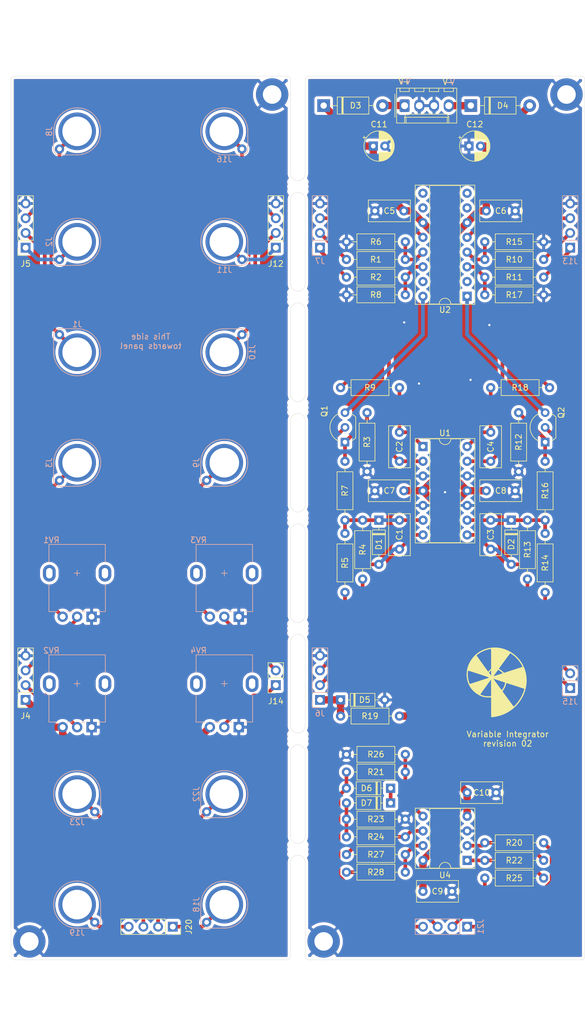
<source format=kicad_pcb>
(kicad_pcb (version 20211014) (generator pcbnew)
  (title_block (title "Variable Integrator and extras") (date "2022-09-03") (rev "r02") (comment 2 "creativecommons.org/licenses/by/4.0/") (comment 3 "License: CC BY 4.0") (comment 4 "Author: Guy John"))
  (layers (0 "F.Cu" signal) (31 "B.Cu" signal) (36 "B.SilkS" user "B.Silkscreen") (37 "F.SilkS" user "F.Silkscreen") (38 "B.Mask" user) (39 "F.Mask" user) (44 "Edge.Cuts" user))
  (net 0 "")
  (net 1 "Net-(C1-Pad1)")
  (net 2 "Net-(C1-Pad2)")
  (net 3 "Net-(C2-Pad1)")
  (net 4 "/I1_Output_Main")
  (net 5 "Net-(C3-Pad1)")
  (net 6 "Net-(C3-Pad2)")
  (net 7 "/I2_Output_Main")
  (net 8 "+12V")
  (net 9 "GND")
  (net 10 "-12V")
  (net 11 "/Extras/NonLinearity_Input_Main")
  (net 12 "/I1_InputNeg_Ctrl")
  (net 13 "/I1_InputPos_Ctrl")
  (net 14 "Net-(J3-Pad1)")
  (net 15 "/I1_Output_Ctrl")
  (net 16 "/I1_InputNeg_Main")
  (net 17 "/I1_InputPos_Main")
  (net 18 "/I2_InputNeg_Ctrl")
  (net 19 "/I2_InputPos_Ctrl")
  (net 20 "/I2_Output_Ctrl")
  (net 21 "/I2_InputNeg_Main")
  (net 22 "/I2_InputPos_Main")
  (net 23 "/Extras/Inverter_Input_Ctrl")
  (net 24 "/Extras/Inverter_Output_Ctrl")
  (net 25 "/Extras/NonLinearity_Input_Ctrl")
  (net 26 "/Extras/NonLinearity_Output_Ctrl")
  (net 27 "/Extras/Inverter_Input_Main")
  (net 28 "/Extras/Inverter_Output_Main")
  (net 29 "/Extras/NonLinearity_Output_Main")
  (net 30 "Net-(Q1-Pad1)")
  (net 31 "Net-(Q2-Pad3)")
  (net 32 "Net-(R21-Pad2)")
  (net 39 "Net-(C4-Pad1)")
  (net 40 "Net-(C2-Pad2)")
  (net 41 "Net-(C4-Pad2)")
  (net 42 "Net-(D3-Pad2)")
  (net 43 "Net-(D4-Pad1)")
  (net 44 "Net-(D6-Pad1)")
  (net 45 "Net-(D7-Pad2)")
  (net 46 "/I1_Rate_Ctrl")
  (net 47 "/I1_RateCV_Ctrl")
  (net 48 "/I1_Rate_Main")
  (net 49 "/I1_RateCV_Main")
  (net 50 "Net-(J9-Pad1)")
  (net 51 "/I2_Rate_Ctrl")
  (net 52 "/I2_RateCV_Ctrl")
  (net 53 "/I2_Rate_Main")
  (net 54 "/I2_RateCV_Main")
  (net 55 "Net-(Q1-Pad3)")
  (net 56 "Net-(Q2-Pad1)")
  (net 57 "Net-(R1-Pad1)")
  (net 58 "Net-(R2-Pad1)")
  (net 59 "Net-(R10-Pad1)")
  (net 60 "Net-(R11-Pad1)")
  (net 61 "Net-(R20-Pad1)")
  (net 62 "Net-(R22-Pad1)")
  (net 63 "Net-(R24-Pad1)")
  (net 64 "Net-(R27-Pad1)")
  (net 65 "V_REF")
  (footprint "rumblesan-standard-parts:R_Axial_DIN0207_L6.3mm_D2.5mm_P10.16mm_Horizontal" (layer "F.Cu") (at 116.332 154.94)
    (fp_text reference "R21")
    (fp_text value "390k")
  )
  (footprint "Package_TO_SOT_THT:TO-92_Inline_Wide" (layer "F.Cu") (at 150.622 98.044 90)
    (fp_text reference "Q2")
    (fp_text value "2N3906")
  )
  (footprint "rumblesan-standard-parts:C_Rect_L7.0mm_W3.5mm_P5.00mm" (layer "F.Cu") (at 126.238 58.166 180)
    (fp_text reference "C5")
    (fp_text value "100nF")
  )
  (footprint "rumblesan-standard-parts:R_Axial_DIN0207_L6.3mm_D2.5mm_P10.16mm_Horizontal" (layer "F.Cu") (at 140.208 170.18)
    (fp_text reference "R22")
    (fp_text value "10k")
  )
  (footprint "rumblesan-standard-parts:R_Axial_DIN0207_L6.3mm_D2.5mm_P10.16mm_Horizontal" (layer "F.Cu") (at 140.208 69.596)
    (fp_text reference "R11")
    (fp_text value "100k")
  )
  (footprint "Connector_PinSocket_2.54mm:PinSocket_1x04_P2.54mm_Vertical" (layer "F.Cu") (at 86.36 181.61 -90)
    (fp_text reference "J20")
    (fp_text value "Conn_01x04_Female" hide)
  )
  (footprint "rumblesan-standard-parts:MountingHole_3.2mm_M3_DIN965_Pad" (layer "F.Cu") (at 112.395 184.15)
    (fp_text reference "H3" hide)
    (fp_text value "MountingHole_Pad" hide)
  )
  (footprint "Panelization:mouse-bite-2.54mm-slot" (layer "F.Cu") (at 107.95 92.075 90)
    (fp_text reference "mouse-bite-2.54mm-slot" hide)
    (fp_text value "VAL**" hide)
    (fp_arc (start 2.286 1.27) (mid 1.016 0) (end 2.286 -1.27) (layer "Edge.Cuts") (width 0.05))
    (fp_arc (start -2.286 -1.27) (mid -1.016 0) (end -2.286 1.27) (layer "Edge.Cuts") (width 0.05))
  )
  (footprint "rumblesan-standard-parts:D_DO-35_SOD27_P7.62mm_Horizontal" (layer "F.Cu") (at 115.316 142.494)
    (fp_text reference "D5")
    (fp_text value "5v1")
  )
  (footprint "rumblesan-standard-parts:MountingHole_3.2mm_M3_DIN965_Pad" (layer "F.Cu") (at 103.505 38.1)
    (fp_text reference "H2" hide)
    (fp_text value "MountingHole_Pad" hide)
  )
  (footprint "rumblesan-standard-parts:R_Axial_DIN0207_L6.3mm_D2.5mm_P10.16mm_Horizontal" (layer "F.Cu") (at 126.492 72.644 180)
    (fp_text reference "R8")
    (fp_text value "220r")
  )
  (footprint "rumblesan-standard-parts:DIP-16_W7.62mm_Socket" (layer "F.Cu") (at 137.15 72.898 180)
    (fp_text reference "U2")
    (fp_text value "LM13700")
  )
  (footprint "Connector_PinSocket_2.54mm:PinSocket_1x02_P2.54mm_Vertical" (layer "F.Cu") (at 104.14 139.954 180)
    (fp_text reference "J14")
    (fp_text value "Conn_01x02_Female" hide)
  )
  (footprint "rumblesan-standard-parts:R_Axial_DIN0207_L6.3mm_D2.5mm_P10.16mm_Horizontal" (layer "F.Cu") (at 126.492 63.5 180)
    (fp_text reference "R6")
    (fp_text value "220r")
  )
  (footprint "Panelization:mouse-bite-2.54mm-slot" (layer "F.Cu") (at 107.95 73.025 90)
    (fp_text reference "mouse-bite-2.54mm-slot" hide)
    (fp_text value "VAL**" hide)
    (fp_arc (start -2.286 -1.27) (mid -1.016 0) (end -2.286 1.27) (layer "Edge.Cuts") (width 0.05))
    (fp_arc (start 2.286 1.27) (mid 1.016 0) (end 2.286 -1.27) (layer "Edge.Cuts") (width 0.05))
  )
  (footprint "rumblesan-standard-parts:C_Rect_L7.0mm_W3.5mm_P5.00mm" (layer "F.Cu") (at 141.224 111.506 -90)
    (fp_text reference "C3")
    (fp_text value "100pF")
  )
  (footprint "Panelization:mouse-bite-2.54mm-slot" (layer "F.Cu") (at 107.95 53.975 90)
    (fp_text reference "mouse-bite-2.54mm-slot" hide)
    (fp_text value "VAL**" hide)
    (fp_arc (start -2.286 -1.27) (mid -1.016 0) (end -2.286 1.27) (layer "Edge.Cuts") (width 0.05))
    (fp_arc (start 2.286 1.27) (mid 1.016 0) (end 2.286 -1.27) (layer "Edge.Cuts") (width 0.05))
  )
  (footprint "rumblesan-standard-parts:R_Axial_DIN0207_L6.3mm_D2.5mm_P10.16mm_Horizontal" (layer "F.Cu") (at 115.316 145.288)
    (fp_text reference "R19")
    (fp_text value "1k")
  )
  (footprint "Panelization:mouse-bite-2.54mm-slot" (layer "F.Cu") (at 107.95 130.175 90)
    (fp_text reference "mouse-bite-2.54mm-slot" hide)
    (fp_text value "VAL**" hide)
    (fp_arc (start -2.286 -1.27) (mid -1.016 0) (end -2.286 1.27) (layer "Edge.Cuts") (width 0.05))
    (fp_arc (start 2.286 1.27) (mid 1.016 0) (end 2.286 -1.27) (layer "Edge.Cuts") (width 0.05))
  )
  (footprint "rumblesan-standard-parts:D_DO-41_SOD81_P10.16mm_Horizontal" (layer "F.Cu") (at 137.795 40.005)
    (fp_text reference "D4")
    (fp_text value "1N5818")
  )
  (footprint "rumblesan-standard-parts:R_Axial_DIN0207_L6.3mm_D2.5mm_P10.16mm_Horizontal" (layer "F.Cu") (at 119.126 111.506 -90)
    (fp_text reference "R4")
    (fp_text value "100k")
  )
  (footprint "rumblesan-standard-parts:R_Axial_DIN0207_L6.3mm_D2.5mm_P10.16mm_Horizontal" (layer "F.Cu") (at 140.208 66.548)
    (fp_text reference "R10")
    (fp_text value "100k")
  )
  (footprint "rumblesan-standard-parts:R_Axial_DIN0207_L6.3mm_D2.5mm_P10.16mm_Horizontal" (layer "F.Cu") (at 126.492 66.548 180)
    (fp_text reference "R1")
    (fp_text value "100k")
  )
  (footprint "rumblesan-standard-parts:R_Axial_DIN0207_L6.3mm_D2.5mm_P10.16mm_Horizontal" (layer "F.Cu") (at 150.622 123.952 90)
    (fp_text reference "R14")
    (fp_text value "100k")
  )
  (footprint "Rumblesan_Panel_Graphics:Logo_Ammonite-simple_small_10.4mmx12.0mm" (layer "F.Cu") (at 141.605 138.43)
    (fp_text reference "G***" hide)
    (fp_text value "LOGO" hide)
  )
  (footprint "rumblesan-standard-parts:D_DO-41_SOD81_P10.16mm_Horizontal" (layer "F.Cu") (at 112.395 40.005)
    (fp_text reference "D3")
    (fp_text value "1N5818")
  )
  (footprint "rumblesan-standard-parts:DIP-8_W7.62mm_Socket" (layer "F.Cu") (at 137.16 170.18 180)
    (fp_text reference "U4")
    (fp_text value "TL072")
  )
  (footprint "rumblesan-standard-parts:R_Axial_DIN0207_L6.3mm_D2.5mm_P10.16mm_Horizontal" (layer "F.Cu") (at 151.384 88.646 180)
    (fp_text reference "R18")
    (fp_text value "330r")
  )
  (footprint "rumblesan-standard-parts:D_DO-35_SOD27_P7.62mm_Horizontal" (layer "F.Cu") (at 121.92 111.506 -90)
    (fp_text reference "D1")
    (fp_text value "1n4148")
  )
  (footprint "rumblesan-standard-parts:R_Axial_DIN0207_L6.3mm_D2.5mm_P10.16mm_Horizontal" (layer "F.Cu") (at 140.208 63.5)
    (fp_text reference "R15")
    (fp_text value "220r")
  )
  (footprint "rumblesan-standard-parts:R_Axial_DIN0207_L6.3mm_D2.5mm_P10.16mm_Horizontal" (layer "F.Cu") (at 126.492 69.596 180)
    (fp_text reference "R2")
    (fp_text value "100k")
  )
  (footprint "rumblesan-standard-parts:C_Rect_L7.0mm_W3.5mm_P5.00mm" (layer "F.Cu") (at 142.16 158.496 180)
    (fp_text reference "C10")
    (fp_text value "100nF")
  )
  (footprint "rumblesan-standard-parts:CP_Radial_D5.0mm_P2.00mm" (layer "F.Cu") (at 137.474888 46.99)
    (fp_text reference "C12")
    (fp_text value "1uF")
  )
  (footprint "rumblesan-standard-parts:R_Axial_DIN0207_L6.3mm_D2.5mm_P10.16mm_Horizontal" (layer "F.Cu") (at 116.332 172.212)
    (fp_text reference "R28")
    (fp_text value "330r")
  )
  (footprint "rumblesan-standard-parts:R_Axial_DIN0207_L6.3mm_D2.5mm_P10.16mm_Horizontal" (layer "F.Cu") (at 116.078 123.952 90)
    (fp_text reference "R5")
    (fp_text value "100k")
  )
  (footprint "rumblesan-standard-parts:R_Axial_DIN0207_L6.3mm_D2.5mm_P10.16mm_Horizontal" (layer "F.Cu") (at 146.05 103.124 90)
    (fp_text reference "R12")
    (fp_text value "10k")
  )
  (footprint "rumblesan-standard-parts:C_Rect_L7.0mm_W3.5mm_P5.00mm" (layer "F.Cu") (at 129.54 175.514)
    (fp_text reference "C9")
    (fp_text value "100nF")
  )
  (footprint "rumblesan-standard-parts:C_Rect_L7.0mm_W3.5mm_P5.00mm" (layer "F.Cu") (at 145.462 106.426 180)
    (fp_text reference "C8")
    (fp_text value "100nF")
  )
  (footprint "Connector_PinSocket_2.54mm:PinSocket_1x04_P2.54mm_Vertical" (layer "F.Cu") (at 104.14 64.516 180)
    (fp_text reference "J12")
    (fp_text value "Conn_01x04_Female" hide)
  )
  (footprint "rumblesan-standard-parts:R_Axial_DIN0207_L6.3mm_D2.5mm_P10.16mm_Horizontal" (layer "F.Cu") (at 116.078 101.346 -90)
    (fp_text reference "R7")
    (fp_text value "100k")
  )
  (footprint "Panelization:mouse-bite-2.54mm-slot" (layer "F.Cu") (at 107.95 149.225 90)
    (fp_text reference "mouse-bite-2.54mm-slot" hide)
    (fp_text value "VAL**" hide)
    (fp_arc (start -2.286 -1.27) (mid -1.016 0) (end -2.286 1.27) (layer "Edge.Cuts") (width 0.05))
    (fp_arc (start 2.286 1.27) (mid 1.016 0) (end 2.286 -1.27) (layer "Edge.Cuts") (width 0.05))
  )
  (footprint "4u-power:4u_Power_Molex_KK-254_P2.54mm" (layer "F.Cu") (at 126.365 40.02499)
    (fp_text reference "J17" hide)
    (fp_text value "4U_Power" hide)
  )
  (footprint "rumblesan-standard-parts:R_Axial_DIN0207_L6.3mm_D2.5mm_P10.16mm_Horizontal" (layer "F.Cu") (at 140.208 72.644)
    (fp_text reference "R17")
    (fp_text value "220r")
  )
  (footprint "rumblesan-standard-parts:R_Axial_DIN0207_L6.3mm_D2.5mm_P10.16mm_Horizontal" (layer "F.Cu") (at 126.492 163.068 180)
    (fp_text reference "R23")
    (fp_text value "2k2")
  )
  (footprint "rumblesan-standard-parts:R_Axial_DIN0207_L6.3mm_D2.5mm_P10.16mm_Horizontal" (layer "F.Cu") (at 147.574 111.506 -90)
    (fp_text reference "R13")
    (fp_text value "100k")
  )
  (footprint "rumblesan-standard-parts:MountingHole_3.2mm_M3_DIN965_Pad" (layer "F.Cu") (at 154.305 38.1)
    (fp_text reference "H4" hide)
    (fp_text value "MountingHole_Pad" hide)
  )
  (footprint "rumblesan-standard-parts:C_Rect_L7.0mm_W3.5mm_P5.00mm" (layer "F.Cu") (at 126.238 106.426 180)
    (fp_text reference "C7")
    (fp_text value "100nF")
  )
  (footprint "rumblesan-standard-parts:R_Axial_DIN0207_L6.3mm_D2.5mm_P10.16mm_Horizontal" (layer "F.Cu") (at 140.208 167.132)
    (fp_text reference "R20")
    (fp_text value "10k")
  )
  (footprint "rumblesan-standard-parts:C_Rect_L7.0mm_W3.5mm_P5.00mm" (layer "F.Cu") (at 125.476 101.346 90)
    (fp_text reference "C2")
    (fp_text value "1nF")
  )
  (footprint "rumblesan-standard-parts:R_Axial_DIN0207_L6.3mm_D2.5mm_P10.16mm_Horizontal" (layer "F.Cu") (at 116.332 151.892)
    (fp_text reference "R26")
    (fp_text value "100k")
  )
  (footprint "Connector_PinSocket_2.54mm:PinSocket_1x04_P2.54mm_Vertical" (layer "F.Cu") (at 60.96 142.494 180)
    (fp_text reference "J4")
    (fp_text value "Conn_01x04_Female" hide)
  )
  (footprint "rumblesan-standard-parts:C_Rect_L7.0mm_W3.5mm_P5.00mm" (layer "F.Cu") (at 145.462 58.166 180)
    (fp_text reference "C6")
    (fp_text value "100nF")
  )
  (footprint "rumblesan-standard-parts:MountingHole_3.2mm_M3_DIN965_Pad" (layer "F.Cu") (at 61.595 184.15)
    (fp_text reference "H1" hide)
    (fp_text value "MountingHole_Pad" hide)
  )
  (footprint "rumblesan-standard-parts:R_Axial_DIN0207_L6.3mm_D2.5mm_P10.16mm_Horizontal" (layer "F.Cu") (at 119.888 103.124 90)
    (fp_text reference "R3")
    (fp_text value "10k")
  )
  (footprint "rumblesan-standard-parts:R_Axial_DIN0207_L6.3mm_D2.5mm_P10.16mm_Horizontal" (layer "F.Cu") (at 126.492 166.116 180)
    (fp_text reference "R24")
    (fp_text value "27k")
  )
  (footprint "rumblesan-standard-parts:R_Axial_DIN0207_L6.3mm_D2.5mm_P10.16mm_Horizontal" (layer "F.Cu") (at 115.316 88.646)
    (fp_text reference "R9")
    (fp_text value "330r")
  )
  (footprint "Panelization:mouse-bite-2.54mm-slot" (layer "F.Cu") (at 107.95 111.125 90)
    (fp_text reference "mouse-bite-2.54mm-slot" hide)
    (fp_text value "VAL**" hide)
    (fp_arc (start 2.286 1.27) (mid 1.016 0) (end 2.286 -1.27) (layer "Edge.Cuts") (width 0.05))
    (fp_arc (start -2.286 -1.27) (mid -1.016 0) (end -2.286 1.27) (layer "Edge.Cuts") (width 0.05))
  )
  (footprint "rumblesan-standard-parts:R_Axial_DIN0207_L6.3mm_D2.5mm_P10.16mm_Horizontal" (layer "F.Cu") (at 126.492 169.164 180)
    (fp_text reference "R27")
    (fp_text value "100k")
  )
  (footprint "Connector_PinSocket_2.54mm:PinSocket_1x04_P2.54mm_Vertical" (layer "F.Cu") (at 60.96 64.516 180)
    (fp_text reference "J5")
    (fp_text value "Conn_01x04_Female" hide)
  )
  (footprint "rumblesan-standard-parts:D_DO-35_SOD27_P7.62mm_Horizontal" (layer "F.Cu") (at 123.952 157.734 180)
    (fp_text reference "D6")
    (fp_text value "4v3")
  )
  (footprint "rumblesan-standard-parts:R_Axial_DIN0207_L6.3mm_D2.5mm_P10.16mm_Horizontal" (layer "F.Cu") (at 150.622 101.346 -90)
    (fp_text reference "R16")
    (fp_text value "100k")
  )
  (footprint "rumblesan-standard-parts:CP_Radial_D5.0mm_P2.00mm" (layer "F.Cu") (at 120.964888 46.99)
    (fp_text reference "C11")
    (fp_text value "1uF")
  )
  (footprint "Panelization:mouse-bite-2.54mm-slot" (layer "F.Cu") (at 107.95 168.275 90)
    (fp_text reference "mouse-bite-2.54mm-slot" hide)
    (fp_text value "VAL**" hide)
    (fp_arc (start 2.286 1.27) (mid 1.016 0) (end 2.286 -1.27) (layer "Edge.Cuts") (width 0.05))
    (fp_arc (start -2.286 -1.27) (mid -1.016 0) (end -2.286 1.27) (layer "Edge.Cuts") (width 0.05))
  )
  (footprint "rumblesan-standard-parts:D_DO-35_SOD27_P7.62mm_Horizontal" (layer "F.Cu") (at 144.78 111.506 -90)
    (fp_text reference "D2")
    (fp_text value "1n4148")
  )
  (footprint "rumblesan-standard-parts:C_Rect_L7.0mm_W3.5mm_P5.00mm" (layer "F.Cu") (at 141.224 101.346 90)
    (fp_text reference "C4")
    (fp_text value "1nF")
  )
  (footprint "rumblesan-standard-parts:C_Rect_L7.0mm_W3.5mm_P5.00mm" (layer "F.Cu") (at 125.476 111.506 -90)
    (fp_text reference "C1")
    (fp_text value "100pF")
  )
  (footprint "Package_TO_SOT_THT:TO-92_Inline_Wide" (layer "F.Cu") (at 116.078 98.044 90)
    (fp_text reference "Q1")
    (fp_text value "2N3906")
  )
  (footprint "rumblesan-standard-parts:DIP-14_W7.62mm_Socket" (layer "F.Cu") (at 129.54 98.806)
    (fp_text reference "U1")
    (fp_text value "TL074")
  )
  (footprint "rumblesan-standard-parts:R_Axial_DIN0207_L6.3mm_D2.5mm_P10.16mm_Horizontal" (layer "F.Cu") (at 140.208 173.228)
    (fp_text reference "R25")
    (fp_text value "330r")
  )
  (footprint "rumblesan-standard-parts:D_DO-35_SOD27_P7.62mm_Horizontal" (layer "F.Cu") (at 123.952 160.274 180)
    (fp_text reference "D7")
    (fp_text value "4v3")
  )
  (footprint "rumblesan-standard-parts:Potentiometer_Alpha_RD901F-40-00D_Single_Vertical" (layer "B.Cu") (at 95.25 120.65 180)
    (fp_text reference "RV3")
    (fp_text value "100k" hide)
  )
  (footprint "Connector_PinHeader_2.54mm:PinHeader_1x04_P2.54mm_Vertical" (layer "B.Cu") (at 154.94 64.516)
    (fp_text reference "J13")
    (fp_text value "Conn_01x04_Male" hide)
  )
  (footprint "rumblesan-standard-parts:BananaJack_THT_JohnsonCinch_108-09" (layer "B.Cu") (at 69.85 177.8)
    (fp_text reference "J19")
    (fp_text value "Banana Socket PanelMount" hide)
  )
  (footprint "rumblesan-standard-parts:BananaJack_THT_JohnsonCinch_108-09" (layer "B.Cu") (at 95.25 82.55 90)
    (fp_text reference "J10")
    (fp_text value "Banana Socket PanelMount" hide)
  )
  (footprint "rumblesan-standard-parts:BananaJack_THT_JohnsonCinch_108-09" (layer "B.Cu") (at 95.25 44.45)
    (fp_text reference "J16")
    (fp_text value "Banana Socket PanelMount" hide)
  )
  (footprint "rumblesan-standard-parts:BananaJack_THT_JohnsonCinch_108-09" (layer "B.Cu") (at 69.85 63.5 -90)
    (fp_text reference "J2")
    (fp_text value "Banana Socket PanelMount" hide)
  )
  (footprint "rumblesan-standard-parts:BananaJack_THT_JohnsonCinch_108-09" (layer "B.Cu") (at 95.25 177.8 -90)
    (fp_text reference "J18")
    (fp_text value "Banana Socket PanelMount" hide)
  )
  (footprint "rumblesan-standard-parts:BananaJack_THT_JohnsonCinch_108-09" (layer "B.Cu") (at 95.25 101.6 -90)
    (fp_text reference "J9")
    (fp_text value "Banana Socket PanelMount" hide)
  )
  (footprint "rumblesan-standard-parts:BananaJack_THT_JohnsonCinch_108-09" (layer "B.Cu") (at 95.25 158.75 -90)
    (fp_text reference "J22")
    (fp_text value "Banana Socket PanelMount" hide)
  )
  (footprint "rumblesan-standard-parts:Potentiometer_Alpha_RD901F-40-00D_Single_Vertical" (layer "B.Cu") (at 69.85 120.65 180)
    (fp_text reference "RV1")
    (fp_text value "100k" hide)
  )
  (footprint "rumblesan-standard-parts:BananaJack_THT_JohnsonCinch_108-09" (layer "B.Cu") (at 69.85 44.45 -90)
    (fp_text reference "J8")
    (fp_text value "Banana Socket PanelMount" hide)
  )
  (footprint "Connector_PinHeader_2.54mm:PinHeader_1x04_P2.54mm_Vertical" (layer "B.Cu") (at 111.76 64.516)
    (fp_text reference "J7")
    (fp_text value "Conn_01x04_Male" hide)
  )
  (footprint "rumblesan-standard-parts:BananaJack_THT_JohnsonCinch_108-09" (layer "B.Cu") (at 69.85 101.6 -90)
    (fp_text reference "J3")
    (fp_text value "Banana Socket PanelMount" hide)
  )
  (footprint "rumblesan-standard-parts:Potentiometer_Alpha_RD901F-40-00D_Single_Vertical" (layer "B.Cu") (at 95.25 139.7 180)
    (fp_text reference "RV4")
    (fp_text value "100k" hide)
  )
  (footprint "rumblesan-standard-parts:BananaJack_THT_JohnsonCinch_108-09" (layer "B.Cu") (at 69.85 82.55 180)
    (fp_text reference "J1")
    (fp_text value "Banana Socket PanelMount" hide)
  )
  (footprint "Connector_PinHeader_2.54mm:PinHeader_1x04_P2.54mm_Vertical" (layer "B.Cu") (at 137.16 181.61 90)
    (fp_text reference "J21")
    (fp_text value "Conn_01x04_Male" hide)
  )
  (footprint "rumblesan-standard-parts:BananaJack_THT_JohnsonCinch_108-09" (layer "B.Cu") (at 69.85 158.75)
    (fp_text reference "J23")
    (fp_text value "Banana Socket PanelMount" hide)
  )
  (footprint "rumblesan-standard-parts:BananaJack_THT_JohnsonCinch_108-09" (layer "B.Cu") (at 95.25 63.5)
    (fp_text reference "J11")
    (fp_text value "Banana Socket PanelMount" hide)
  )
  (footprint "Connector_PinHeader_2.54mm:PinHeader_1x04_P2.54mm_Vertical" (layer "B.Cu") (at 111.76 142.494)
    (fp_text reference "J6")
    (fp_text value "Conn_01x04_Male" hide)
  )
  (footprint "rumblesan-standard-parts:Potentiometer_Alpha_RD901F-40-00D_Single_Vertical" (layer "B.Cu") (at 69.85 139.7 180)
    (fp_text reference "RV2")
    (fp_text value "100k" hide)
  )
  (footprint "Connector_PinHeader_2.54mm:PinHeader_1x02_P2.54mm_Vertical" (layer "B.Cu") (at 154.94 140.462)
    (fp_text reference "J15")
    (fp_text value "Conn_01x02_Male" hide)
  )
  (gr_line (start 109.22 35.56) (end 109.22 51.689) (layer "Edge.Cuts") (width 0.05))
  (gr_line (start 106.68 170.561) (end 106.68 186.69) (layer "Edge.Cuts") (width 0.05))
  (gr_arc (start 106.68 186.69) (mid 106.494013 187.139013) (end 106.045 187.325) (layer "Edge.Cuts") (width 0.05))
  (gr_arc (start 109.22 35.56) (mid 109.405987 35.110987) (end 109.855 34.925) (layer "Edge.Cuts") (width 0.05))
  (gr_arc (start 106.045 34.925) (mid 106.494013 35.110987) (end 106.68 35.56) (layer "Edge.Cuts") (width 0.05))
  (gr_line (start 58.42 186.69) (end 58.42 35.56) (layer "Edge.Cuts") (width 0.05))
  (gr_line (start 109.22 94.361) (end 109.22 108.839) (layer "Edge.Cuts") (width 0.05))
  (gr_line (start 109.22 113.411) (end 109.22 127.889) (layer "Edge.Cuts") (width 0.05))
  (gr_line (start 157.48 186.69) (end 157.48 35.56) (layer "Edge.Cuts") (width 0.05))
  (gr_line (start 109.22 75.311) (end 109.22 89.789) (layer "Edge.Cuts") (width 0.05))
  (gr_line (start 109.855 187.325) (end 156.845 187.325) (layer "Edge.Cuts") (width 0.05))
  (gr_line (start 59.055 34.925) (end 106.045 34.925) (layer "Edge.Cuts") (width 0.05))
  (gr_line (start 106.68 75.311) (end 106.68 89.789) (layer "Edge.Cuts") (width 0.05))
  (gr_line (start 106.68 94.361) (end 106.68 108.839) (layer "Edge.Cuts") (width 0.05))
  (gr_line (start 109.22 151.511) (end 109.22 165.989) (layer "Edge.Cuts") (width 0.05))
  (gr_line (start 156.845 34.925) (end 109.855 34.925) (layer "Edge.Cuts") (width 0.05))
  (gr_arc (start 58.42 35.56) (mid 58.605987 35.110987) (end 59.055 34.925) (layer "Edge.Cuts") (width 0.05))
  (gr_line (start 106.68 35.56) (end 106.68 51.689) (layer "Edge.Cuts") (width 0.05))
  (gr_line (start 106.68 113.411) (end 106.68 127.889) (layer "Edge.Cuts") (width 0.05))
  (gr_line (start 106.68 132.461) (end 106.68 146.939) (layer "Edge.Cuts") (width 0.05))
  (gr_arc (start 59.055 187.325) (mid 58.605987 187.139013) (end 58.42 186.69) (layer "Edge.Cuts") (width 0.05))
  (gr_arc (start 156.845 34.925) (mid 157.294013 35.110987) (end 157.48 35.56) (layer "Edge.Cuts") (width 0.05))
  (gr_line (start 109.22 56.261) (end 109.22 70.739) (layer "Edge.Cuts") (width 0.05))
  (gr_line (start 106.68 151.511) (end 106.68 165.989) (layer "Edge.Cuts") (width 0.05))
  (gr_arc (start 109.855 187.325) (mid 109.405987 187.139013) (end 109.22 186.69) (layer "Edge.Cuts") (width 0.05))
  (gr_line (start 106.045 187.325) (end 59.055 187.325) (layer "Edge.Cuts") (width 0.05))
  (gr_line (start 109.22 170.561) (end 109.22 186.69) (layer "Edge.Cuts") (width 0.05))
  (gr_arc (start 157.48 186.69) (mid 157.294013 187.139013) (end 156.845 187.325) (layer "Edge.Cuts") (width 0.05))
  (gr_line (start 109.22 132.461) (end 109.22 146.939) (layer "Edge.Cuts") (width 0.05))
  (gr_line (start 106.68 56.261) (end 106.68 70.739) (layer "Edge.Cuts") (width 0.05))
  (gr_text "This side\ntowards panel" (at 82.55 80.645) (layer "B.SilkS") (effects (font (size 1 1)) (justify mirror)))
  (gr_text "Variable Integrator\nrevision 02" (at 144.145 149.225) (layer "F.SilkS") (effects (font (size 1 1))))
  (segment (start 119.126 111.506) (end 116.078 111.506) (width 0.635) (layer "F.Cu") (net 1))
  (segment (start 129.54 111.506) (end 125.476 111.506) (width 0.635) (layer "F.Cu") (net 1))
  (segment (start 121.92 111.506) (end 119.126 111.506) (width 0.635) (layer "F.Cu") (net 1))
  (segment (start 116.078 111.506) (end 116.078 113.792) (width 0.635) (layer "F.Cu") (net 1))
  (segment (start 125.476 111.506) (end 121.92 111.506) (width 0.635) (layer "B.Cu") (net 1))
  (segment (start 129.54 114.046) (end 127.936 114.046) (width 0.635) (layer "F.Cu") (net 2))
  (segment (start 121.92 119.126) (end 117.602 119.126) (width 0.635) (layer "F.Cu") (net 2))
  (segment (start 114.265114 115.789114) (end 114.265114 97.316886) (width 0.635) (layer "F.Cu") (net 2))
  (segment (start 117.602 119.126) (end 114.265114 115.789114) (width 0.635) (layer "F.Cu") (net 2))
  (segment (start 127.936 114.046) (end 125.476 116.506) (width 0.635) (layer "F.Cu") (net 2))
  (segment (start 114.265114 97.316886) (end 116.078 95.504) (width 0.635) (layer "F.Cu") (net 2))
  (segment (start 124.54 116.506) (end 121.92 119.126) (width 0.635) (layer "B.Cu") (net 2))
  (segment (start 125.476 116.506) (end 124.54 116.506) (width 0.635) (layer "B.Cu") (net 2))
  (segment (start 125.476 101.346) (end 123.663114 99.533114) (width 0.635) (layer "F.Cu") (net 3))
  (segment (start 129.54 101.346) (end 125.476 101.346) (width 0.635) (layer "F.Cu") (net 3))
  (segment (start 125.73 61.468) (end 128.26 61.468) (width 0.635) (layer "F.Cu") (net 3))
  (segment (start 123.663114 99.533114) (end 123.663114 63.534886) (width 0.635) (layer "F.Cu") (net 3))
  (segment (start 128.26 61.468) (end 129.53 62.738) (width 0.635) (layer "F.Cu") (net 3))
  (segment (start 123.663114 63.534886) (end 125.73 61.468) (width 0.635) (layer "F.Cu") (net 3))
  (segment (start 118.872 62.738) (end 115.57 59.436) (width 0.635) (layer "F.Cu") (net 4))
  (segment (start 115.57 59.436) (end 111.76 59.436) (width 0.635) (layer "F.Cu") (net 4))
  (segment (start 118.872 85.09) (end 118.872 62.738) (width 0.635) (layer "F.Cu") (net 4))
  (segment (start 115.316 88.646) (end 118.872 85.09) (width 0.635) (layer "F.Cu") (net 4))
  (segment (start 137.16 111.506) (end 141.224 111.506) (width 0.635) (layer "F.Cu") (net 5))
  (segment (start 147.574 111.506) (end 150.622 111.506) (width 0.635) (layer "F.Cu") (net 5))
  (segment (start 150.622 111.506) (end 150.622 113.792) (width 0.635) (layer "F.Cu") (net 5))
  (segment (start 144.78 111.506) (end 147.574 111.506) (width 0.635) (layer "F.Cu") (net 5))
  (segment (start 141.224 111.506) (end 144.78 111.506) (width 0.635) (layer "B.Cu") (net 5))
  (segment (start 144.78 119.126) (end 148.092387 119.126) (width 0.635) (layer "F.Cu") (net 6))
  (segment (start 137.16 114.046) (end 138.764 114.046) (width 0.635) (layer "F.Cu") (net 6))
  (segment (start 152.434886 97.316886) (end 150.622 95.504) (width 0.635) (layer "F.Cu") (net 6))
  (segment (start 148.092387 119.126) (end 152.434886 114.783501) (width 0.635) (layer "F.Cu") (net 6))
  (segment (start 138.764 114.046) (end 141.224 116.506) (width 0.635) (layer "F.Cu") (net 6))
  (segment (start 152.434886 114.783501) (end 152.434886 97.316886) (width 0.635) (layer "F.Cu") (net 6))
  (segment (start 141.224 116.506) (end 142.16 116.506) (width 0.635) (layer "B.Cu") (net 6))
  (segment (start 142.16 116.506) (end 144.78 119.126) (width 0.635) (layer "B.Cu") (net 6))
  (segment (start 147.574 84.836) (end 147.574 62.738) (width 0.635) (layer "F.Cu") (net 7))
  (segment (start 150.876 59.436) (end 154.94 59.436) (width 0.635) (layer "F.Cu") (net 7))
  (segment (start 151.384 88.646) (end 147.574 84.836) (width 0.635) (layer "F.Cu") (net 7))
  (segment (start 147.574 62.738) (end 150.876 59.436) (width 0.635) (layer "F.Cu") (net 7))
  (segment (start 119.38 46.99) (end 112.395 40.005) (width 1.27) (layer "F.Cu") (net 8))
  (segment (start 120.964888 52.892888) (end 126.238 58.166) (width 1.27) (layer "F.Cu") (net 8))
  (segment (start 120.964888 46.99) (end 120.964888 52.892888) (width 1.27) (layer "F.Cu") (net 8))
  (segment (start 131.826 145.034) (end 131.572 145.288) (width 1.27) (layer "F.Cu") (net 8))
  (segment (start 129.53 60.198) (end 131.826 62.494) (width 1.27) (layer "F.Cu") (net 8))
  (segment (start 131.826 108.712) (end 131.826 139.7) (width 1.27) (layer "F.Cu") (net 8))
  (segment (start 131.826 167.894) (end 129.54 170.18) (width 1.27) (layer "F.Cu") (net 8))
  (segment (start 120.964888 46.99) (end 119.38 46.99) (width 1.27) (layer "F.Cu") (net 8))
  (segment (start 131.572 145.288) (end 125.476 145.288) (width 1.27) (layer "F.Cu") (net 8))
  (segment (start 126.238 58.166) (end 127.498 58.166) (width 1.27) (layer "F.Cu") (net 8))
  (segment (start 129.54 106.426) (end 131.826 108.712) (width 1.27) (layer "F.Cu") (net 8))
  (segment (start 127.498 58.166) (end 129.53 60.198) (width 1.27) (layer "F.Cu") (net 8))
  (segment (start 131.826 139.7) (end 131.826 145.034) (width 1.27) (layer "F.Cu") (net 8))
  (segment (start 126.238 106.426) (end 129.54 106.426) (width 1.27) (layer "F.Cu") (net 8))
  (segment (start 131.826 104.14) (end 129.54 106.426) (width 1.27) (layer "F.Cu") (net 8))
  (segment (start 129.54 170.18) (end 129.54 175.514) (width 1.27) (layer "F.Cu") (net 8))
  (segment (start 131.826 62.494) (end 131.826 104.14) (width 1.27) (layer "F.Cu") (net 8))
  (segment (start 131.826 145.034) (end 131.826 167.894) (width 1.27) (layer "F.Cu") (net 8))
  (via (at 133.35 106.68) (size 0.762) (drill 0.381) (layers "F.Cu" "B.Cu") (net 9))
  (via (at 128.85 87.95) (size 0.762) (drill 0.381) (layers "F.Cu" "B.Cu") (net 9))
  (via (at 126.3 77.4) (size 0.762) (drill 0.381) (layers "F.Cu" "B.Cu") (net 9))
  (via (at 137.75 87.3) (size 0.762) (drill 0.381) (layers "F.Cu" "B.Cu") (net 9))
  (via (at 141 77.85) (size 0.762) (drill 0.381) (layers "F.Cu" "B.Cu") (net 9))
  (segment (start 137.16 106.426) (end 134.766588 108.819412) (width 1.27) (layer "F.Cu") (net 10))
  (segment (start 139.182 58.166) (end 137.15 60.198) (width 1.27) (layer "F.Cu") (net 10))
  (segment (start 139.474888 46.99) (end 140.97 46.99) (width 1.27) (layer "F.Cu") (net 10))
  (segment (start 134.766588 108.819412) (end 134.766588 156.102588) (width 1.27) (layer "F.Cu") (net 10))
  (segment (start 140.97 46.99) (end 147.955 40.005) (width 1.27) (layer "F.Cu") (net 10))
  (segment (start 137.15 60.198) (end 134.756588 62.591412) (width 1.27) (layer "F.Cu") (net 10))
  (segment (start 137.16 106.426) (end 140.462 106.426) (width 1.27) (layer "F.Cu") (net 10))
  (segment (start 140.462 47.498) (end 140.462 58.166) (width 1.27) (layer "F.Cu") (net 10))
  (segment (start 140.97 46.99) (end 140.462 47.498) (width 1.27) (layer "F.Cu") (net 10))
  (segment (start 134.756588 62.591412) (end 134.756588 104.022588) (width 1.27) (layer "F.Cu") (net 10))
  (segment (start 134.756588 104.022588) (end 137.16 106.426) (width 1.27) (layer "F.Cu") (net 10))
  (segment (start 137.16 158.496) (end 137.16 162.56) (width 1.27) (layer "F.Cu") (net 10))
  (segment (start 140.462 58.166) (end 139.182 58.166) (width 1.27) (layer "F.Cu") (net 10))
  (segment (start 134.766588 156.102588) (end 137.16 158.496) (width 1.27) (layer "F.Cu") (net 10))
  (segment (start 129.54 181.61) (end 123.790406 181.61) (width 0.635) (layer "F.Cu") (net 11))
  (segment (start 116.332 154.94) (end 116.332 157.734) (width 0.635) (layer "F.Cu") (net 11))
  (segment (start 123.790406 181.61) (end 114.9605 172.780094) (width 0.635) (layer "F.Cu") (net 11))
  (segment (start 114.9605 159.1055) (end 116.332 157.734) (width 0.635) (layer "F.Cu") (net 11))
  (segment (start 114.9605 172.780094) (end 114.9605 159.1055) (width 0.635) (layer "F.Cu") (net 11))
  (segment (start 66.802 79.502) (end 69.85 82.55) (width 0.635) (layer "F.Cu") (net 12))
  (segment (start 64.262 65.278) (end 64.262 76.962) (width 0.635) (layer "F.Cu") (net 12))
  (segment (start 64.262 76.962) (end 66.802 79.502) (width 0.635) (layer "F.Cu") (net 12))
  (segment (start 60.96 61.976) (end 64.262 65.278) (width 0.635) (layer "F.Cu") (net 12))
  (segment (start 66.802 66.548) (end 69.85 63.5) (width 0.635) (layer "F.Cu") (net 13))
  (segment (start 66.802 66.548) (end 62.992 66.548) (width 0.635) (layer "B.Cu") (net 13))
  (segment (start 62.992 66.548) (end 60.96 64.516) (width 0.635) (layer "B.Cu") (net 13))
  (segment (start 67.35 128.15) (end 61.722 122.522) (width 0.635) (layer "F.Cu") (net 14))
  (segment (start 66.802 104.648) (end 69.85 101.6) (width 0.635) (layer "F.Cu") (net 14))
  (segment (start 61.722 109.728) (end 66.802 104.648) (width 0.635) (layer "F.Cu") (net 14))
  (segment (start 61.722 122.522) (end 61.722 109.728) (width 0.635) (layer "F.Cu") (net 14))
  (segment (start 66.802 47.498) (end 69.85 44.45) (width 0.635) (layer "F.Cu") (net 15))
  (segment (start 60.96 59.436) (end 66.802 53.594) (width 0.635) (layer "F.Cu") (net 15))
  (segment (start 66.802 53.594) (end 66.802 47.498) (width 0.635) (layer "F.Cu") (net 15))
  (segment (start 111.76 61.976) (end 116.332 66.548) (width 0.635) (layer "F.Cu") (net 16))
  (segment (start 111.76 65.024) (end 116.332 69.596) (width 0.635) (layer "F.Cu") (net 17))
  (segment (start 111.76 64.516) (end 111.76 65.024) (width 0.635) (layer "F.Cu") (net 17))
  (segment (start 100.584 65.532) (end 100.584 77.216) (width 0.635) (layer "F.Cu") (net 18))
  (segment (start 100.584 77.216) (end 98.298 79.502) (width 0.635) (layer "F.Cu") (net 18))
  (segment (start 98.298 79.502) (end 95.25 82.55) (width 0.635) (layer "F.Cu") (net 18))
  (segment (start 104.14 61.976) (end 100.584 65.532) (width 0.635) (layer "F.Cu") (net 18))
  (segment (start 95.25 63.5) (end 98.298 66.548) (width 0.635) (layer "F.Cu") (net 19))
  (segment (start 102.108 66.548) (end 104.14 64.516) (width 0.635) (layer "B.Cu") (net 19))
  (segment (start 98.298 66.548) (end 102.108 66.548) (width 0.635) (layer "B.Cu") (net 19))
  (segment (start 98.298 47.498) (end 98.298 53.594) (width 0.635) (layer "F.Cu") (net 20))
  (segment (start 98.298 53.594) (end 104.14 59.436) (width 0.635) (layer "F.Cu") (net 20))
  (segment (start 95.25 44.45) (end 98.298 47.498) (width 0.635) (layer "F.Cu") (net 20))
  (segment (start 150.368 66.548) (end 154.94 61.976) (width 0.635) (layer "F.Cu") (net 21))
  (segment (start 150.368 69.596) (end 154.94 65.024) (width 0.635) (layer "F.Cu") (net 22))
  (segment (start 154.94 65.024) (end 154.94 64.516) (width 0.635) (layer "F.Cu") (net 22))
  (segment (start 91.44 181.61) (end 92.202 180.848) (width 0.635) (layer "F.Cu") (net 23))
  (segment (start 86.36 181.61) (end 91.44 181.61) (width 0.635) (layer "F.Cu") (net 23))
  (segment (start 92.202 180.848) (end 95.25 177.8) (width 0.635) (layer "F.Cu") (net 23))
  (segment (start 83.82 181.61) (end 83.82 170.18) (width 0.635) (layer "F.Cu") (net 24))
  (segment (start 92.202 161.798) (end 95.25 158.75) (width 0.635) (layer "F.Cu") (net 24))
  (segment (start 83.82 170.18) (end 92.202 161.798) (width 0.635) (layer "F.Cu") (net 24))
  (segment (start 78.74 181.61) (end 73.66 181.61) (width 0.635) (layer "F.Cu") (net 25))
  (segment (start 73.66 181.61) (end 72.898 180.848) (width 0.635) (layer "F.Cu") (net 25))
  (segment (start 72.898 180.848) (end 69.85 177.8) (width 0.635) (layer "F.Cu") (net 25))
  (segment (start 81.28 181.61) (end 81.28 170.18) (width 0.635) (layer "F.Cu") (net 26))
  (segment (start 72.898 161.798) (end 69.85 158.75) (width 0.635) (layer "F.Cu") (net 26))
  (segment (start 81.28 170.18) (end 72.898 161.798) (width 0.635) (layer "F.Cu") (net 26))
  (segment (start 137.16 181.61) (end 143.925594 181.61) (width 0.635) (layer "F.Cu") (net 27))
  (segment (start 143.925594 181.61) (end 151.7395 173.796094) (width 0.635) (layer "F.Cu") (net 27))
  (segment (start 151.7395 168.5035) (end 150.368 167.132) (width 0.635) (layer "F.Cu") (net 27))
  (segment (start 151.7395 173.796094) (end 151.7395 168.5035) (width 0.635) (layer "F.Cu") (net 27))
  (segment (start 140.208 176.022) (end 140.208 173.228) (width 0.635) (layer "F.Cu") (net 28))
  (segment (start 134.62 181.61) (end 140.208 176.022) (width 0.635) (layer "F.Cu") (net 28))
  (segment (start 122.682 172.212) (end 132.08 181.61) (width 0.635) (layer "F.Cu") (net 29))
  (segment (start 116.332 172.212) (end 122.682 172.212) (width 0.635) (layer "F.Cu") (net 29))
  (segment (start 116.078 98.044) (end 119.888 94.234) (width 0.635) (layer "F.Cu") (net 30))
  (segment (start 119.888 94.234) (end 119.888 92.964) (width 0.635) (layer "F.Cu") (net 30))
  (segment (start 116.078 101.346) (end 116.078 98.044) (width 0.635) (layer "F.Cu") (net 30))
  (segment (start 137.15 79.492) (end 137.15 72.898) (width 0.635) (layer "B.Cu") (net 31))
  (segment (start 150.622 92.964) (end 137.15 79.492) (width 0.635) (layer "B.Cu") (net 31))
  (segment (start 126.492 151.892) (end 126.492 154.94) (width 0.635) (layer "F.Cu") (net 32))
  (segment (start 126.492 159.512) (end 129.54 162.56) (width 0.635) (layer "F.Cu") (net 32))
  (segment (start 126.492 154.94) (end 126.492 159.512) (width 0.635) (layer "F.Cu") (net 32))
  (segment (start 143.256 63.246) (end 141.224 61.214) (width 0.635) (layer "F.Cu") (net 39))
  (segment (start 137.16 101.346) (end 141.224 101.346) (width 0.635) (layer "F.Cu") (net 39))
  (segment (start 141.224 61.214) (end 138.674 61.214) (width 0.635) (layer "F.Cu") (net 39))
  (segment (start 138.674 61.214) (end 137.15 62.738) (width 0.635) (layer "F.Cu") (net 39))
  (segment (start 143.256 99.314) (end 143.256 63.246) (width 0.635) (layer "F.Cu") (net 39))
  (segment (start 141.224 101.346) (end 143.256 99.314) (width 0.635) (layer "F.Cu") (net 39))
  (segment (start 125.476 96.346) (end 127.08 96.346) (width 0.635) (layer "F.Cu") (net 40))
  (segment (start 127.08 96.346) (end 129.54 98.806) (width 0.635) (layer "F.Cu") (net 40))
  (segment (start 125.476 96.346) (end 125.476 88.646) (width 0.635) (layer "F.Cu") (net 40))
  (segment (start 141.224 96.346) (end 141.224 88.646) (width 0.635) (layer "F.Cu") (net 41))
  (segment (start 141.224 96.346) (end 139.62 96.346) (width 0.635) (layer "F.Cu") (net 41))
  (segment (start 139.62 96.346) (end 137.16 98.806) (width 0.635) (layer "F.Cu") (net 41))
  (segment (start 126.34501 40.005) (end 126.365 40.02499) (width 1.27) (layer "F.Cu") (net 42))
  (segment (start 122.555 40.005) (end 126.34501 40.005) (width 1.27) (layer "F.Cu") (net 42))
  (segment (start 137.77501 40.02499) (end 137.795 40.005) (width 1.27) (layer "F.Cu") (net 43))
  (segment (start 133.985 40.02499) (end 137.77501 40.02499) (width 1.27) (layer "F.Cu") (net 43))
  (segment (start 123.952 160.274) (end 123.952 157.734) (width 0.635) (layer "F.Cu") (net 44))
  (segment (start 116.332 163.068) (end 116.332 160.274) (width 0.635) (layer "F.Cu") (net 45))
  (segment (start 116.332 166.116) (end 116.332 163.068) (width 0.635) (layer "F.Cu") (net 45))
  (segment (start 60.96 139.954) (end 62.7275 141.7215) (width 0.635) (layer "F.Cu") (net 46))
  (segment (start 62.7275 141.7215) (end 64.3715 141.7215) (width 0.635) (layer "F.Cu") (net 46))
  (segment (start 64.3715 141.7215) (end 69.85 147.2) (width 0.635) (layer "F.Cu") (net 46))
  (segment (start 69.85 128.524) (end 69.85 128.15) (width 0.635) (layer "F.Cu") (net 47))
  (segment (start 60.96 137.414) (end 69.85 128.524) (width 0.635) (layer "F.Cu") (net 47))
  (segment (start 119.126 132.588) (end 119.126 121.666) (width 0.635) (layer "F.Cu") (net 48))
  (segment (start 111.76 139.954) (end 119.126 132.588) (width 0.635) (layer "F.Cu") (net 48))
  (segment (start 111.76 137.414) (end 116.078 133.096) (width 0.635) (layer "F.Cu") (net 49))
  (segment (start 116.078 133.096) (end 116.078 123.952) (width 0.635) (layer "F.Cu") (net 49))
  (segment (start 86.868 109.982) (end 92.202 104.648) (width 0.635) (layer "F.Cu") (net 50))
  (segment (start 92.202 104.648) (end 95.25 101.6) (width 0.635) (layer "F.Cu") (net 50))
  (segment (start 92.75 128.15) (end 86.868 122.268) (width 0.635) (layer "F.Cu") (net 50))
  (segment (start 86.868 122.268) (end 86.868 109.982) (width 0.635) (layer "F.Cu") (net 50))
  (segment (start 100.275 141.732) (end 95.25 146.757) (width 0.635) (layer "F.Cu") (net 51))
  (segment (start 102.362 141.732) (end 100.275 141.732) (width 0.635) (layer "F.Cu") (net 51))
  (segment (start 104.14 139.954) (end 102.362 141.732) (width 0.635) (layer "F.Cu") (net 51))
  (segment (start 95.25 146.757) (end 95.25 147.2) (width 0.635) (layer "F.Cu") (net 51))
  (segment (start 95.25 128.15) (end 95.25 128.524) (width 0.635) (layer "F.Cu") (net 52))
  (segment (start 95.25 128.524) (end 104.14 137.414) (width 0.635) (layer "F.Cu") (net 52))
  (segment (start 147.574 121.666) (end 147.574 133.096) (width 0.635) (layer "F.Cu") (net 53))
  (segment (start 147.574 133.096) (end 154.94 140.462) (width 0.635) (layer "F.Cu") (net 53))
  (segment (start 154.94 137.922) (end 150.622 133.604) (width 0.635) (layer "F.Cu") (net 54))
  (segment (start 150.622 133.604) (end 150.622 123.952) (width 0.635) (layer "F.Cu") (net 54))
  (segment (start 129.53 79.512) (end 129.53 72.898) (width 0.635) (layer "B.Cu") (net 55))
  (segment (start 116.078 92.964) (end 129.53 79.512) (width 0.635) (layer "B.Cu") (net 55))
  (segment (start 150.622 98.044) (end 150.622 97.536) (width 0.635) (layer "F.Cu") (net 56))
  (segment (start 150.622 101.346) (end 150.622 98.044) (width 0.635) (layer "F.Cu") (net 56))
  (segment (start 150.622 97.536) (end 146.05 92.964) (width 0.635) (layer "F.Cu") (net 56))
  (segment (start 128.26 66.548) (end 129.53 65.278) (width 0.635) (layer "F.Cu") (net 57))
  (segment (start 126.492 66.548) (end 128.26 66.548) (width 0.635) (layer "F.Cu") (net 57))
  (segment (start 126.492 63.5) (end 126.492 66.548) (width 0.635) (layer "F.Cu") (net 57))
  (segment (start 126.492 72.644) (end 126.492 69.596) (width 0.635) (layer "F.Cu") (net 58))
  (segment (start 128.27 67.818) (end 126.492 69.596) (width 0.635) (layer "F.Cu") (net 58))
  (segment (start 129.53 67.818) (end 128.27 67.818) (width 0.635) (layer "F.Cu") (net 58))
  (segment (start 140.208 63.5) (end 140.208 66.548) (width 0.635) (layer "F.Cu") (net 59))
  (segment (start 138.42 66.548) (end 137.15 65.278) (width 0.635) (layer "F.Cu") (net 59))
  (segment (start 140.208 66.548) (end 138.42 66.548) (width 0.635) (layer "F.Cu") (net 59))
  (segment (start 137.15 67.818) (end 138.43 67.818) (width 0.635) (layer "F.Cu") (net 60))
  (segment (start 140.208 72.644) (end 140.208 69.596) (width 0.635) (layer "F.Cu") (net 60))
  (segment (start 138.43 67.818) (end 140.208 69.596) (width 0.635) (layer "F.Cu") (net 60))
  (segment (start 139.7 167.64) (end 140.208 167.132) (width 0.635) (layer "F.Cu") (net 61))
  (segment (start 137.16 167.64) (end 139.7 167.64) (width 0.635) (layer "F.Cu") (net 61))
  (segment (start 147.32 167.132) (end 150.368 170.18) (width 0.635) (layer "F.Cu") (net 61))
  (segment (start 140.208 167.132) (end 147.32 167.132) (width 0.635) (layer "F.Cu") (net 61))
  (segment (start 140.208 170.18) (end 147.32 170.18) (width 0.635) (layer "F.Cu") (net 62))
  (segment (start 137.16 170.18) (end 140.208 170.18) (width 0.635) (layer "F.Cu") (net 62))
  (segment (start 147.32 170.18) (end 150.368 173.228) (width 0.635) (layer "F.Cu") (net 62))
  (segment (start 129.54 165.1) (end 127.508 165.1) (width 0.635) (layer "F.Cu") (net 63))
  (segment (start 119.38 166.116) (end 116.332 169.164) (width 0.635) (layer "F.Cu") (net 63))
  (segment (start 127.508 165.1) (end 126.492 166.116) (width 0.635) (layer "F.Cu") (net 63))
  (segment (start 126.492 166.116) (end 119.38 166.116) (width 0.635) (layer "F.Cu") (net 63))
  (segment (start 129.54 167.64) (end 128.016 167.64) (width 0.635) (layer "F.Cu") (net 64))
  (segment (start 126.492 169.164) (end 126.492 172.212) (width 0.635) (layer "F.Cu") (net 64))
  (segment (start 128.016 167.64) (end 126.492 169.164) (width 0.635) (layer "F.Cu") (net 64))
  (segment (start 67.35 147.2) (end 65.666 147.2) (width 1.27) (layer "F.Cu") (net 65))
  (segment (start 90.173745 149.776255) (end 92.75 147.2) (width 1.27) (layer "F.Cu") (net 65))
  (segment (start 115.316 142.494) (end 111.76 142.494) (width 1.27) (layer "F.Cu") (net 65))
  (segment (start 115.316 145.288) (end 115.316 142.494) (width 1.27) (layer "F.Cu") (net 65))
  (segment (start 67.35 148.472792) (end 68.653463 149.776255) (width 1.27) (layer "F.Cu") (net 65))
  (segment (start 68.653463 149.776255) (end 90.173745 149.776255) (width 1.27) (layer "F.Cu") (net 65))
  (segment (start 67.35 147.2) (end 67.35 148.472792) (width 1.27) (layer "F.Cu") (net 65))
  (segment (start 65.666 147.2) (end 60.96 142.494) (width 1.27) (layer "F.Cu") (net 65))
  (zone (net 9) (net_name "GND") (layers F&B.Cu) (connect_pads (clearance 0.508)) (min_thickness 0.254) (fill yes (thermal_gap 0.508) (thermal_bridge_width 0.508))
    (polygon (pts (xy 157.48 187.325) (xy 109.22 187.325) (xy 109.22 34.925) (xy 157.48 34.925)))
  )
  (zone (net 9) (net_name "GND") (layers F&B.Cu) (connect_pads (clearance 0.508)) (min_thickness 0.254) (fill yes (thermal_gap 0.508) (thermal_bridge_width 0.508))
    (polygon (pts (xy 106.68 187.325) (xy 58.42 187.325) (xy 58.42 34.925) (xy 106.68 34.925)))
  )
)
</source>
